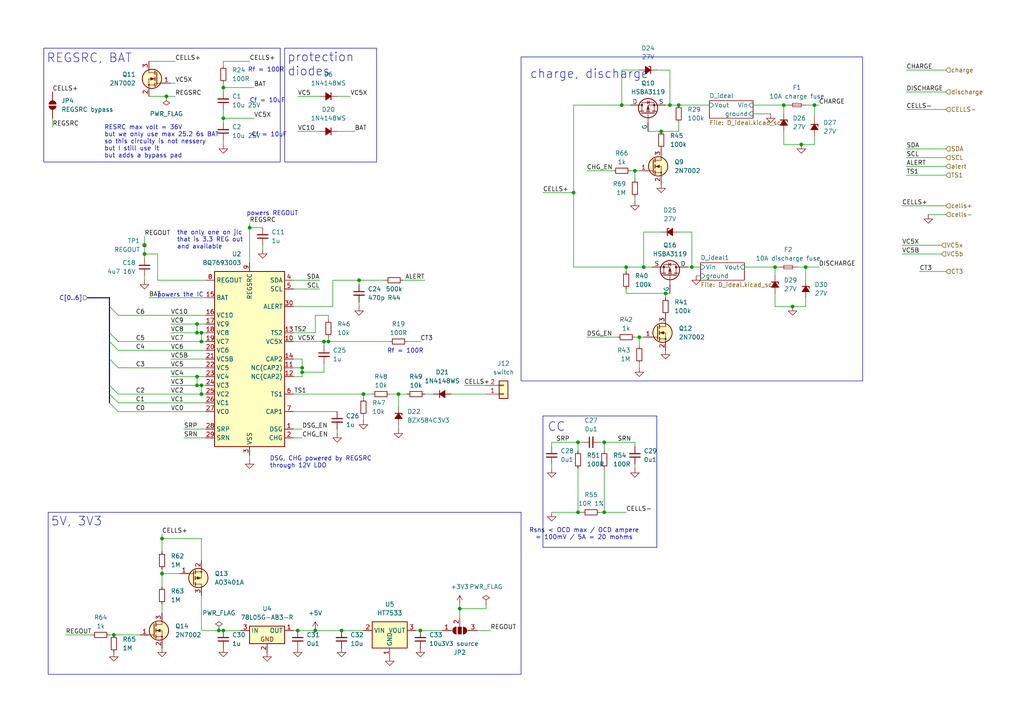
<source format=kicad_sch>
(kicad_sch (version 20231120) (generator "eeschema") (generator_version "8.0")
  (paper "A4")
  (junction (at 166.37 55.88))
  (junction (at 58.42 114.3))
  (junction (at 64.77 34.29))
  (junction (at 63.5 182.88))
  (junction (at 64.77 182.88))
  (junction (at 58.42 99.06))
  (junction (at 200.66 77.47))
  (junction (at 64.77 25.4))
  (junction (at 185.42 97.79))
  (junction (at 57.15 111.76))
  (junction (at 46.99 166.37))
  (junction (at 175.26 128.27))
  (junction (at 41.91 71.12))
  (junction (at 167.64 128.27))
  (junction (at 105.41 114.3))
  (junction (at 91.44 182.88))
  (junction (at 87.63 106.68))
  (junction (at 180.34 30.48))
  (junction (at 191.77 38.1))
  (junction (at 224.79 77.47))
  (junction (at 196.85 30.48))
  (junction (at 57.15 96.52))
  (junction (at 104.14 81.28))
  (junction (at 236.22 30.48))
  (junction (at 93.98 99.06))
  (junction (at 58.42 96.52))
  (junction (at 99.06 182.88))
  (junction (at 86.36 182.88))
  (junction (at 48.26 27.94))
  (junction (at 133.35 176.53))
  (junction (at 58.42 111.76))
  (junction (at 46.99 156.21))
  (junction (at 186.69 77.47))
  (junction (at 233.68 77.47))
  (junction (at 87.63 107.95))
  (junction (at 175.26 148.59))
  (junction (at 41.91 73.66))
  (junction (at 232.41 41.91))
  (junction (at 193.04 85.09))
  (junction (at 95.25 99.06))
  (junction (at 229.87 88.9))
  (junction (at 121.92 182.88))
  (junction (at 181.61 77.47))
  (junction (at 57.15 93.98))
  (junction (at 33.02 184.15))
  (junction (at 227.33 30.48))
  (junction (at 57.15 109.22))
  (junction (at 115.57 114.3))
  (junction (at 184.15 49.53))
  (junction (at 167.64 148.59))
  (junction (at 194.31 30.48))
  (junction (at 72.39 66.04))
  (bus_entry (at 31.75 99.06) (size 2.54 2.54))
  (bus_entry (at 31.75 104.14) (size 2.54 2.54))
  (bus_entry (at 31.75 114.3) (size 2.54 2.54))
  (bus_entry (at 31.75 116.84) (size 2.54 2.54))
  (bus_entry (at 31.75 111.76) (size 2.54 2.54))
  (bus_entry (at 31.75 96.52) (size 2.54 2.54))
  (bus_entry (at 31.75 88.9) (size 2.54 2.54))
  (wire (pts (xy 236.22 34.29) (xy 236.22 30.48)))
  (wire (pts (xy 170.18 49.53) (xy 177.8 49.53)))
  (wire (pts (xy 95.25 99.06) (xy 113.03 99.06)))
  (wire (pts (xy 50.8 17.78) (xy 43.18 17.78)))
  (wire (pts (xy 186.69 67.31) (xy 186.69 77.47)))
  (wire (pts (xy 64.77 31.75) (xy 64.77 34.29)))
  (wire (pts (xy 224.79 88.9) (xy 229.87 88.9)))
  (wire (pts (xy 262.89 48.26) (xy 274.32 48.26)))
  (wire (pts (xy 185.42 100.33) (xy 185.42 97.79)))
  (bus (pts (xy 31.75 86.36) (xy 31.75 88.9)))
  (wire (pts (xy 236.22 30.48) (xy 237.49 30.48)))
  (wire (pts (xy 97.79 119.38) (xy 85.09 119.38)))
  (wire (pts (xy 227.33 30.48) (xy 227.33 33.02)))
  (wire (pts (xy 34.29 114.3) (xy 58.42 114.3)))
  (wire (pts (xy 104.14 82.55) (xy 104.14 81.28)))
  (wire (pts (xy 58.42 111.76) (xy 58.42 114.3)))
  (wire (pts (xy 91.44 182.88) (xy 99.06 182.88)))
  (wire (pts (xy 101.6 27.94) (xy 97.79 27.94)))
  (wire (pts (xy 140.97 176.53) (xy 140.97 175.26)))
  (wire (pts (xy 86.36 182.88) (xy 91.44 182.88)))
  (wire (pts (xy 166.37 30.48) (xy 166.37 55.88)))
  (wire (pts (xy 58.42 99.06) (xy 59.69 99.06)))
  (wire (pts (xy 262.89 31.75) (xy 274.32 31.75)))
  (wire (pts (xy 34.29 101.6) (xy 59.69 101.6)))
  (wire (pts (xy 85.09 81.28) (xy 92.71 81.28)))
  (wire (pts (xy 45.72 73.66) (xy 45.72 81.28)))
  (wire (pts (xy 15.24 36.83) (xy 15.24 34.29)))
  (wire (pts (xy 58.42 96.52) (xy 58.42 99.06)))
  (wire (pts (xy 64.77 182.88) (xy 69.85 182.88)))
  (wire (pts (xy 87.63 104.14) (xy 85.09 104.14)))
  (bus (pts (xy 31.75 96.52) (xy 31.75 99.06)))
  (wire (pts (xy 218.44 30.48) (xy 227.33 30.48)))
  (wire (pts (xy 58.42 111.76) (xy 59.69 111.76)))
  (wire (pts (xy 49.53 93.98) (xy 57.15 93.98)))
  (wire (pts (xy 46.99 154.94) (xy 46.99 156.21)))
  (wire (pts (xy 262.89 20.32) (xy 274.32 20.32)))
  (wire (pts (xy 45.72 73.66) (xy 41.91 73.66)))
  (wire (pts (xy 224.79 88.9) (xy 224.79 85.09)))
  (wire (pts (xy 64.77 17.78) (xy 72.39 17.78)))
  (wire (pts (xy 227.33 41.91) (xy 232.41 41.91)))
  (wire (pts (xy 224.79 77.47) (xy 224.79 80.01)))
  (wire (pts (xy 76.2 72.39) (xy 76.2 71.12)))
  (wire (pts (xy 86.36 38.1) (xy 92.71 38.1)))
  (wire (pts (xy 57.15 109.22) (xy 57.15 111.76)))
  (wire (pts (xy 49.53 109.22) (xy 57.15 109.22)))
  (wire (pts (xy 41.91 71.12) (xy 41.91 73.66)))
  (wire (pts (xy 46.99 165.1) (xy 46.99 166.37)))
  (wire (pts (xy 184.15 49.53) (xy 185.42 49.53)))
  (wire (pts (xy 49.53 111.76) (xy 57.15 111.76)))
  (wire (pts (xy 72.39 64.77) (xy 72.39 66.04)))
  (wire (pts (xy 123.19 81.28) (xy 116.84 81.28)))
  (wire (pts (xy 181.61 85.09) (xy 181.61 83.82)))
  (bus (pts (xy 31.75 114.3) (xy 31.75 116.84)))
  (wire (pts (xy 34.29 116.84) (xy 59.69 116.84)))
  (wire (pts (xy 201.93 80.01) (xy 203.2 80.01)))
  (wire (pts (xy 160.02 148.59) (xy 167.64 148.59)))
  (wire (pts (xy 43.18 86.36) (xy 59.69 86.36)))
  (wire (pts (xy 96.52 81.28) (xy 96.52 88.9)))
  (wire (pts (xy 180.34 30.48) (xy 182.88 30.48)))
  (wire (pts (xy 185.42 20.32) (xy 180.34 20.32)))
  (wire (pts (xy 41.91 71.12) (xy 41.91 68.58)))
  (bus (pts (xy 31.75 99.06) (xy 31.75 104.14)))
  (wire (pts (xy 229.87 88.9) (xy 233.68 88.9)))
  (wire (pts (xy 262.89 26.67) (xy 274.32 26.67)))
  (wire (pts (xy 200.66 77.47) (xy 203.2 77.47)))
  (wire (pts (xy 160.02 128.27) (xy 160.02 129.54)))
  (wire (pts (xy 87.63 106.68) (xy 87.63 107.95)))
  (wire (pts (xy 93.98 107.95) (xy 93.98 105.41)))
  (wire (pts (xy 266.7 78.74) (xy 274.32 78.74)))
  (wire (pts (xy 104.14 88.9) (xy 104.14 87.63)))
  (wire (pts (xy 95.25 99.06) (xy 93.98 99.06)))
  (bus (pts (xy 31.75 104.14) (xy 31.75 111.76)))
  (wire (pts (xy 53.34 124.46) (xy 59.69 124.46)))
  (wire (pts (xy 95.25 97.79) (xy 95.25 99.06)))
  (wire (pts (xy 104.14 81.28) (xy 111.76 81.28)))
  (wire (pts (xy 85.09 127) (xy 87.63 127)))
  (wire (pts (xy 31.75 184.15) (xy 33.02 184.15)))
  (wire (pts (xy 57.15 111.76) (xy 58.42 111.76)))
  (wire (pts (xy 34.29 99.06) (xy 58.42 99.06)))
  (wire (pts (xy 58.42 182.88) (xy 63.5 182.88)))
  (wire (pts (xy 166.37 30.48) (xy 180.34 30.48)))
  (wire (pts (xy 115.57 118.11) (xy 115.57 114.3)))
  (wire (pts (xy 113.03 114.3) (xy 115.57 114.3)))
  (wire (pts (xy 233.68 77.47) (xy 237.49 77.47)))
  (wire (pts (xy 227.33 41.91) (xy 227.33 38.1)))
  (wire (pts (xy 175.26 148.59) (xy 181.61 148.59)))
  (wire (pts (xy 87.63 104.14) (xy 87.63 106.68)))
  (wire (pts (xy 93.98 100.33) (xy 93.98 99.06)))
  (wire (pts (xy 85.09 182.88) (xy 86.36 182.88)))
  (wire (pts (xy 175.26 135.89) (xy 175.26 148.59)))
  (wire (pts (xy 167.64 148.59) (xy 167.64 135.89)))
  (wire (pts (xy 196.85 30.48) (xy 205.74 30.48)))
  (wire (pts (xy 33.02 184.15) (xy 40.64 184.15)))
  (wire (pts (xy 173.99 148.59) (xy 175.26 148.59)))
  (wire (pts (xy 58.42 156.21) (xy 58.42 162.56)))
  (wire (pts (xy 53.34 127) (xy 59.69 127)))
  (bus (pts (xy 31.75 111.76) (xy 31.75 114.3)))
  (wire (pts (xy 91.44 91.44) (xy 91.44 96.52)))
  (wire (pts (xy 45.72 81.28) (xy 59.69 81.28)))
  (wire (pts (xy 134.62 111.76) (xy 140.97 111.76)))
  (wire (pts (xy 72.39 66.04) (xy 72.39 76.2)))
  (wire (pts (xy 142.24 182.88) (xy 138.43 182.88)))
  (wire (pts (xy 85.09 124.46) (xy 87.63 124.46)))
  (wire (pts (xy 184.15 52.07) (xy 184.15 49.53)))
  (wire (pts (xy 48.26 27.94) (xy 43.18 27.94)))
  (wire (pts (xy 157.48 55.88) (xy 166.37 55.88)))
  (wire (pts (xy 193.04 85.09) (xy 194.31 85.09)))
  (wire (pts (xy 58.42 182.88) (xy 58.42 172.72)))
  (wire (pts (xy 58.42 96.52) (xy 59.69 96.52)))
  (wire (pts (xy 175.26 128.27) (xy 175.26 130.81)))
  (wire (pts (xy 121.92 99.06) (xy 118.11 99.06)))
  (wire (pts (xy 233.68 81.28) (xy 233.68 77.47)))
  (wire (pts (xy 96.52 81.28) (xy 104.14 81.28)))
  (wire (pts (xy 91.44 96.52) (xy 85.09 96.52)))
  (wire (pts (xy 95.25 91.44) (xy 95.25 92.71)))
  (wire (pts (xy 87.63 107.95) (xy 93.98 107.95)))
  (wire (pts (xy 166.37 77.47) (xy 166.37 55.88)))
  (wire (pts (xy 215.9 77.47) (xy 224.79 77.47)))
  (wire (pts (xy 193.04 30.48) (xy 194.31 30.48)))
  (wire (pts (xy 261.62 73.66) (xy 273.05 73.66)))
  (wire (pts (xy 189.23 77.47) (xy 186.69 77.47)))
  (wire (pts (xy 85.09 114.3) (xy 105.41 114.3)))
  (wire (pts (xy 140.97 176.53) (xy 133.35 176.53)))
  (wire (pts (xy 64.77 17.78) (xy 64.77 19.05)))
  (bus (pts (xy 31.75 88.9) (xy 31.75 96.52)))
  (wire (pts (xy 166.37 77.47) (xy 181.61 77.47)))
  (wire (pts (xy 184.15 135.89) (xy 184.15 134.62)))
  (wire (pts (xy 73.66 25.4) (xy 64.77 25.4)))
  (wire (pts (xy 181.61 85.09) (xy 193.04 85.09)))
  (wire (pts (xy 64.77 35.56) (xy 64.77 34.29)))
  (wire (pts (xy 191.77 67.31) (xy 186.69 67.31)))
  (wire (pts (xy 232.41 41.91) (xy 236.22 41.91)))
  (wire (pts (xy 199.39 77.47) (xy 200.66 77.47)))
  (wire (pts (xy 184.15 97.79) (xy 185.42 97.79)))
  (wire (pts (xy 190.5 20.32) (xy 194.31 20.32)))
  (wire (pts (xy 85.09 99.06) (xy 93.98 99.06)))
  (wire (pts (xy 87.63 106.68) (xy 85.09 106.68)))
  (wire (pts (xy 175.26 128.27) (xy 184.15 128.27)))
  (wire (pts (xy 72.39 133.35) (xy 72.39 132.08)))
  (wire (pts (xy 118.11 114.3) (xy 115.57 114.3)))
  (wire (pts (xy 34.29 119.38) (xy 59.69 119.38)))
  (wire (pts (xy 160.02 128.27) (xy 167.64 128.27)))
  (wire (pts (xy 85.09 83.82) (xy 92.71 83.82)))
  (wire (pts (xy 200.66 67.31) (xy 200.66 77.47)))
  (wire (pts (xy 57.15 109.22) (xy 59.69 109.22)))
  (wire (pts (xy 87.63 107.95) (xy 87.63 109.22)))
  (wire (pts (xy 46.99 166.37) (xy 46.99 170.18)))
  (wire (pts (xy 115.57 124.46) (xy 115.57 123.19)))
  (wire (pts (xy 133.35 175.26) (xy 133.35 176.53)))
  (wire (pts (xy 97.79 125.73) (xy 97.79 124.46)))
  (wire (pts (xy 173.99 128.27) (xy 175.26 128.27)))
  (wire (pts (xy 102.87 38.1) (xy 97.79 38.1)))
  (wire (pts (xy 46.99 175.26) (xy 46.99 177.8)))
  (wire (pts (xy 63.5 182.88) (xy 64.77 182.88)))
  (wire (pts (xy 41.91 74.93) (xy 41.91 73.66)))
  (wire (pts (xy 187.96 38.1) (xy 191.77 38.1)))
  (wire (pts (xy 34.29 91.44) (xy 59.69 91.44)))
  (wire (pts (xy 49.53 104.14) (xy 59.69 104.14)))
  (wire (pts (xy 185.42 97.79) (xy 186.69 97.79)))
  (wire (pts (xy 186.69 77.47) (xy 181.61 77.47)))
  (wire (pts (xy 193.04 85.09) (xy 193.04 86.36)))
  (wire (pts (xy 233.68 88.9) (xy 233.68 86.36)))
  (wire (pts (xy 194.31 20.32) (xy 194.31 30.48)))
  (wire (pts (xy 34.29 106.68) (xy 59.69 106.68)))
  (wire (pts (xy 231.14 77.47) (xy 233.68 77.47)))
  (wire (pts (xy 261.62 71.12) (xy 273.05 71.12)))
  (wire (pts (xy 99.06 182.88) (xy 105.41 182.88)))
  (wire (pts (xy 170.18 97.79) (xy 179.07 97.79)))
  (wire (pts (xy 91.44 91.44) (xy 95.25 91.44)))
  (wire (pts (xy 261.62 59.69) (xy 274.32 59.69)))
  (wire (pts (xy 269.24 62.23) (xy 274.32 62.23)))
  (wire (pts (xy 184.15 58.42) (xy 184.15 57.15)))
  (wire (pts (xy 196.85 67.31) (xy 200.66 67.31)))
  (wire (pts (xy 262.89 45.72) (xy 274.32 45.72)))
  (wire (pts (xy 121.92 182.88) (xy 128.27 182.88)))
  (wire (pts (xy 41.91 81.28) (xy 41.91 80.01)))
  (bus (pts (xy 31.75 86.36) (xy 25.4 86.36)))
  (wire (pts (xy 50.8 27.94) (xy 48.26 27.94)))
  (wire (pts (xy 57.15 93.98) (xy 59.69 93.98)))
  (wire (pts (xy 57.15 93.98) (xy 57.15 96.52)))
  (wire (pts (xy 49.53 96.52) (xy 57.15 96.52)))
  (wire (pts (xy 46.99 156.21) (xy 46.99 160.02)))
  (wire (pts (xy 133.35 176.53) (xy 133.35 179.07)))
  (wire (pts (xy 167.64 128.27) (xy 168.91 128.27)))
  (wire (pts (xy 160.02 135.89) (xy 160.02 134.62)))
  (wire (pts (xy 180.34 20.32) (xy 180.34 30.48)))
  (wire (pts (xy 121.92 182.88) (xy 120.65 182.88)))
  (wire (pts (xy 58.42 156.21) (xy 46.99 156.21)))
  (wire (pts (xy 105.41 114.3) (xy 107.95 114.3)))
  (wire (pts (xy 72.39 66.04) (xy 76.2 66.04)))
  (wire (pts (xy 105.41 121.92) (xy 105.41 120.65)))
  (wire (pts (xy 262.89 50.8) (xy 274.32 50.8)))
  (wire (pts (xy 85.09 109.22) (xy 87.63 109.22)))
  (wire (pts (xy 64.77 26.67) (xy 64.77 25.4)))
  (wire (pts (xy 123.19 114.3) (xy 125.73 114.3)))
  (wire (pts (xy 233.68 30.48) (xy 236.22 30.48)))
  (wire (pts (xy 86.36 27.94) (xy 92.71 27.94)))
  (wire (pts (xy 196.85 38.1) (xy 196.85 35.56)))
  (wire (pts (xy 227.33 30.48) (xy 228.6 30.48)))
  (wire (pts (xy 194.31 30.48) (xy 196.85 30.48)))
  (wire (pts (xy 182.88 49.53) (xy 184.15 49.53)))
  (wire (pts (xy 185.42 106.68) (xy 185.42 105.41)))
  (wire (pts (xy 224.79 77.47) (xy 226.06 77.47)))
  (wire (pts (xy 184.15 128.27) (xy 184.15 129.54)))
  (wire (pts (xy 168.91 148.59) (xy 167.64 148.59)))
  (wire (pts (xy 236.22 41.91) (xy 236.22 39.37)))
  (wire (pts (xy 130.81 114.3) (xy 140.97 114.3)))
  (wire (pts (xy 262.89 43.18) (xy 274.32 43.18)))
  (wire (pts (xy 167.64 128.27) (xy 167.64 130.81)))
  (wire (pts (xy 64.77 25.4) (xy 64.77 24.13)))
  (wire (pts (xy 96.52 88.9) (xy 85.09 88.9)))
  (wire (pts (xy 19.05 184.15) (xy 26.67 184.15)))
  (wire (pts (xy 181.61 78.74) (xy 181.61 77.47)))
  (wire (pts (xy 64.77 41.91) (xy 64.77 40.64)))
  (wire (pts (xy 58.42 114.3) (xy 59.69 114.3)))
  (wire (pts (xy 46.99 166.37) (xy 52.07 166.37)))
  (wire (pts (xy 57.15 96.52) (xy 58.42 96.52)))
  (wire (pts (xy 50.8 24.13) (xy 49.53 24.13)))
  (wire (pts (xy 191.77 38.1) (xy 196.85 38.1)))
  (wire (pts (xy 73.66 34.29) (xy 64.77 34.29)))
  (wire (pts (xy 223.52 33.02) (xy 218.44 33.02)))
  (wire (pts (xy 105.41 114.3) (xy 105.41 115.57)))
  (rectangle (start 157.48 120.65) (end 190.5 158.75))
  (rectangle (start 12.7 13.97) (end 81.28 46.99))
  (rectangle (start 151.13 16.51) (end 250.19 110.49))
  (rectangle (start 13.97 148.59) (end 151.13 195.58))
  (rectangle (start 82.55 13.97) (end 109.22 46.99))
  (text "DSG, CHG powered by REGSRC\nthrough 12V LDO" (at 78.232 135.89 0) (effects (font (size 1.27 1.27)) (justify left bottom)))
  (text "powers the IC" (at 52.324 85.598 0) (effects (font (size 1.27 1.27))))
  (text "Rf = 100R" (at 112.268 102.616 0) (effects (font (size 1.27 1.27)) (justify left bottom)))
  (text "the only one on jlc \nthat is 3.3 REG out\nand available" (at 51.308 72.39 0) (effects (font (size 1.27 1.27)) (justify left bottom)))
  (text "Cf = 10uF" (at 72.39 29.972 0) (effects (font (size 1.27 1.27)) (justify left bottom)))
  (text "Cf = 10uF" (at 72.898 39.878 0) (effects (font (size 1.27 1.27)) (justify left bottom)))
  (text "charge, discharge" (at 153.67 20.066 0) (effects (font (size 2.54 2.54)) (justify left top)))
  (text "5V, 3V3" (at 14.732 149.86 0) (effects (font (size 2.54 2.54)) (justify left top)))
  (text "Rsns < OCD max / OCD ampere\n= 100mV / 5A = 20 mohms" (at 169.418 154.94 0) (effects (font (size 1.27 1.27))))
  (text "REGSRC, BAT" (at 13.462 15.494 0) (effects (font (size 2.54 2.54)) (justify left top)))
  (text "powers REGOUT" (at 78.994 61.976 0) (effects (font (size 1.27 1.27))))
  (text "Rf = 100R" (at 71.882 21.082 0) (effects (font (size 1.27 1.27)) (justify left bottom)))
  (text "RESRC max volt = 36V\nbut we only use max 25.2 6s BAT\nso this circuity is not nessery\nbut I still use it\nbut adds a bypass pad" (at 30.226 45.974 0) (effects (font (size 1.27 1.27)) (justify left bottom)))
  (text "protection \ndiodes" (at 83.312 15.24 0) (effects (font (size 2.54 2.54)) (justify left top)))
  (text "CC" (at 158.75 122.428 0) (effects (font (size 2.54 2.54)) (justify left top)))
  (label "C5" (at 39.37 99.06 0))
  (label "VC0" (at 49.53 119.38 0))
  (label "CELLS+" (at 72.39 17.78 0))
  (label "SRP" (at 161.29 128.27 0))
  (label "CT3" (at 121.92 99.06 0))
  (label "C0" (at 39.37 119.38 0))
  (label "BAT" (at 73.66 25.4 0))
  (label "SCL" (at 92.71 83.82 180))
  (label "DSG_EN" (at 87.63 124.46 0))
  (label "CELLS+" (at 50.8 17.78 0))
  (label "DISCHARGE" (at 237.49 77.47 0))
  (label "BAT" (at 102.87 38.1 0))
  (label "SDA" (at 262.89 43.18 0))
  (label "VC5X" (at 86.36 99.06 0))
  (label "C2" (at 39.37 114.3 0))
  (label "CELLS+" (at 261.62 59.69 0))
  (label "CHARGE" (at 237.49 30.48 0))
  (label "REGOUT" (at 142.24 182.88 0))
  (label "VC5" (at 86.36 27.94 0))
  (label "CHG_EN" (at 87.63 127 0))
  (label "VC5X" (at 73.66 34.29 0))
  (label "VC5X" (at 50.8 24.13 0))
  (label "BAT" (at 43.18 86.36 0))
  (label "SRP" (at 53.34 124.46 0))
  (label "VC6" (at 49.53 101.6 0))
  (label "REGSRC" (at 15.24 36.83 0))
  (label "SCL" (at 262.89 45.72 0))
  (label "C4" (at 39.37 101.6 0))
  (label "SRN" (at 53.34 127 0))
  (label "CHG_EN" (at 170.18 49.53 0))
  (label "CELLS-" (at 262.89 31.75 0))
  (label "VC5B" (at 49.53 104.14 0))
  (label "C6" (at 39.37 91.44 0))
  (label "REGSRC" (at 50.8 27.94 0))
  (label "VC2" (at 49.53 114.3 0))
  (label "VC1" (at 49.53 116.84 0))
  (label "VC7" (at 49.53 99.06 0))
  (label "DISCHARGE" (at 262.89 26.67 0))
  (label "CELLS+" (at 15.24 26.67 0))
  (label "REGOUT" (at 19.05 184.15 0))
  (label "C1" (at 39.37 116.84 0))
  (label "C3" (at 39.37 106.68 0))
  (label "CELLS-" (at 181.61 148.59 0))
  (label "CHARGE" (at 262.89 20.32 0))
  (label "CELLS+" (at 157.48 55.88 0))
  (label "CELLS+" (at 46.99 154.94 0))
  (label "SRN" (at 179.07 128.27 0))
  (label "TS1" (at 88.9 114.3 180))
  (label "VC5" (at 49.53 106.68 0))
  (label "DSG_EN" (at 170.18 97.79 0))
  (label "VC4" (at 49.53 109.22 0))
  (label "REGSRC" (at 72.39 64.77 0))
  (label "CELLS+" (at 134.62 111.76 0))
  (label "VC9" (at 49.53 93.98 0))
  (label "ALERT" (at 123.19 81.28 180))
  (label "TS2" (at 88.9 96.52 180))
  (label "VC5X" (at 261.62 71.12 0))
  (label "SDA" (at 92.71 81.28 180))
  (label "VC5B" (at 261.62 73.66 0))
  (label "CT3" (at 266.7 78.74 0))
  (label "TS1" (at 262.89 50.8 0))
  (label "VC5X" (at 101.6 27.94 0))
  (label "ALERT" (at 262.89 48.26 0))
  (label "VC3" (at 49.53 111.76 0))
  (label "VC10" (at 49.53 91.44 0))
  (label "REGOUT" (at 41.91 68.58 0))
  (label "VC10" (at 86.36 38.1 0))
  (label "VC8" (at 49.53 96.52 0))
  (hierarchical_label "CT3" (shape input) (at 274.32 78.74 0))
  (hierarchical_label "SCL" (shape input) (at 274.32 45.72 0))
  (hierarchical_label "discharge" (shape input) (at 274.32 26.67 0))
  (hierarchical_label "charge" (shape input) (at 274.32 20.32 0))
  (hierarchical_label "TS1" (shape input) (at 274.32 50.8 0))
  (hierarchical_label "VC5x" (shape input) (at 273.05 71.12 0))
  (hierarchical_label "VC5b" (shape input) (at 273.05 73.66 0))
  (hierarchical_label "SDA" (shape input) (at 274.32 43.18 0))
  (hierarchical_label "CELLS-" (shape input) (at 274.32 31.75 0))
  (hierarchical_label "cells+" (shape input) (at 274.32 59.69 0))
  (hierarchical_label "alert" (shape input) (at 274.32 48.26 0))
  (hierarchical_label "C[0..6]" (shape input) (at 25.4 86.36 180))
  (hierarchical_label "cells-" (shape input) (at 274.32 62.23 0))
  (symbol (lib_id "Device:D_Zener_Small_Filled") (at 236.22 36.83 270) (unit 1)
    (property "Reference" "D27" (at 238.76 35.56 90) (effects (justify left)))
    (property "Value" "27V" (at 238.76 38.1 90) (effects (font (italic yes)) (justify left)))
    (property "Footprint" "Diode_SMD:D_SOD-123" (effects (hide yes)))
    (property "Description" "Zener diode, small symbol, filled shape" (effects (hide yes)))
  )
  (symbol (lib_id "power:GND") (at 64.77 41.91 0) (mirror y) (unit 1)
    (property "Reference" "#PWR03" (effects (hide yes)))
    (property "Value" "GND" (effects (hide yes)))
    (property "Description" "Power symbol creates a global label with name \"GND\" , ground" (effects (hide yes)))
  )
  (symbol (lib_id "Device:D_Small_Filled") (at 95.25 27.94 0) (mirror y) (unit 1)
    (property "Reference" "D6" (at 95.25 21.59 0))
    (property "Value" "1N4148WS" (at 95.25 24.13 0))
    (property "Footprint" "Diode_SMD:D_SOD-323" (effects (hide yes)))
    (property "Description" "Diode, small symbol, filled shape" (effects (hide yes)))
    (property "Sim.Device" "D" (effects (hide yes)))
    (property "Sim.Pins" "1=K 2=A" (effects (hide yes)))
  )
  (symbol (lib_id "Jumper:SolderJumper_3_Open") (at 133.35 182.88 0) (mirror x) (unit 1) (exclude_from_sim yes) (in_bom no)
    (property "Reference" "JP2" (at 133.35 189.23 0))
    (property "Value" "3V3 source" (at 133.35 186.69 0))
    (property "Footprint" "Jumper:SolderJumper-3_P1.3mm_Open_Pad1.0x1.5mm" (effects (hide yes)))
    (property "Description" "Solder Jumper, 3-pole, open" (effects (hide yes)))
  )
  (symbol (lib_id "power:GND") (at 184.15 58.42 0) (unit 1)
    (property "Reference" "#PWR056" (effects (hide yes)))
    (property "Value" "GND" (effects (hide yes)))
    (property "Description" "Power symbol creates a global label with name \"GND\" , ground" (effects (hide yes)))
  )
  (symbol (lib_id "Device:D_Small_Filled") (at 95.25 38.1 0) (mirror y) (unit 1)
    (property "Reference" "D20" (at 95.25 31.75 0))
    (property "Value" "1N4148WS" (at 95.25 34.29 0))
    (property "Footprint" "Diode_SMD:D_SOD-323" (effects (hide yes)))
    (property "Description" "Diode, small symbol, filled shape" (effects (hide yes)))
    (property "Sim.Device" "D" (effects (hide yes)))
    (property "Sim.Pins" "1=K 2=A" (effects (hide yes)))
  )
  (symbol (lib_id "power:GND") (at 121.92 187.96 0) (mirror y) (unit 1)
    (property "Reference" "#PWR040" (effects (hide yes)))
    (property "Value" "GND" (effects (hide yes)))
    (property "Description" "Power symbol creates a global label with name \"GND\" , ground" (effects (hide yes)))
  )
  (symbol (lib_id "Device:R_Small") (at 114.3 81.28 90) (mirror x) (unit 1)
    (property "Reference" "R44" (at 114.3 86.36 90))
    (property "Value" "500k" (at 114.3 83.82 90))
    (property "Footprint" "Resistor_SMD:R_0402_1005Metric" (effects (hide yes)))
    (property "Description" "Resistor, small symbol" (effects (hide yes)))
  )
  (symbol (lib_id "Device:C_Small") (at 41.91 77.47 0) (mirror x) (unit 1)
    (property "Reference" "C18" (at 39.37 76.1936 0) (effects (justify right)))
    (property "Value" "4u7 16V" (at 39.37 78.7336 0) (effects (justify right)))
    (property "Footprint" "Capacitor_SMD:C_0603_1608Metric" (effects (hide yes)))
    (property "Description" "Unpolarized capacitor, small symbol" (effects (hide yes)))
  )
  (symbol (lib_id "power:GND") (at 113.03 190.5 0) (mirror y) (unit 1)
    (property "Reference" "#PWR055" (effects (hide yes)))
    (property "Value" "GND" (effects (hide yes)))
    (property "Description" "Power symbol creates a global label with name \"GND\" , ground" (effects (hide yes)))
  )
  (symbol (lib_id "Device:R_Small") (at 180.34 49.53 90) (unit 1)
    (property "Reference" "R66" (at 180.34 44.45 90))
    (property "Value" "1k" (at 180.34 46.99 90))
    (property "Footprint" "Resistor_SMD:R_0402_1005Metric" (effects (hide yes)))
    (property "Description" "Resistor, small symbol" (effects (hide yes)))
  )
  (symbol (lib_id "nturt_kicad_lib_EP6:HSBA3119_PMOS_GSDnumber") (at 194.31 80.01 270) (mirror x) (unit 1)
    (property "Reference" "Q16" (at 194.31 71.12 90))
    (property "Value" "HSBA3119" (at 194.31 73.66 90))
    (property "Footprint" "nturt_kicad_lib_EP6:HSBA3119_PRPAK5X6" (effects (hide yes)))
    (property "Datasheet" "https://ngspice.sourceforge.io/docs/ngspice-html-manual/manual.xhtml#cha_MOSFETs" (effects (hide yes)))
    (property "Description" "P-MOSFET transistor, drain/source/gate" (effects (hide yes)))
    (property "Sim.Device" "PMOS" (effects (hide yes)))
    (property "Sim.Type" "VDMOS" (effects (hide yes)))
    (property "Sim.Pins" "1=D 2=G 3=S" (effects (hide yes)))
  )
  (symbol (lib_id "power:GND") (at 229.87 88.9 0) (unit 1)
    (property "Reference" "#PWR057" (effects (hide yes)))
    (property "Value" "GND" (effects (hide yes)))
    (property "Description" "Power symbol creates a global label with name \"GND\" , ground" (effects (hide yes)))
  )
  (symbol (lib_id "Jumper:SolderJumper_2_Open") (at 15.24 30.48 90) (unit 1) (exclude_from_sim yes) (in_bom no)
    (property "Reference" "JP4" (at 17.78 29.21 90) (effects (justify right)))
    (property "Value" "REGSRC bypass" (at 17.78 31.75 90) (effects (justify right)))
    (property "Footprint" "Jumper:SolderJumper-2_P1.3mm_Open_TrianglePad1.0x1.5mm" (effects (hide yes)))
    (property "Description" "Solder Jumper, 2-pole, open" (effects (hide yes)))
  )
  (symbol (lib_id "Device:R_Small") (at 185.42 102.87 0) (mirror y) (unit 1)
    (property "Reference" "R43" (at 182.88 101.6 0) (effects (justify left)))
    (property "Value" "1M" (at 182.88 104.14 0) (effects (justify left)))
    (property "Footprint" "Resistor_SMD:R_0402_1005Metric" (effects (hide yes)))
    (property "Description" "Resistor, small symbol" (effects (hide yes)))
  )
  (symbol (lib_id "Device:R_Small") (at 181.61 97.79 90) (unit 1)
    (property "Reference" "R42" (at 181.61 92.71 90))
    (property "Value" "1k" (at 181.61 95.25 90))
    (property "Footprint" "Resistor_SMD:R_0402_1005Metric" (effects (hide yes)))
    (property "Description" "Resistor, small symbol" (effects (hide yes)))
  )
  (symbol (lib_id "PCM_Transistor_MOSFET_AKL:2N7002") (at 44.45 182.88 0) (unit 1)
    (property "Reference" "Q14" (at 50.8 181.61 0) (effects (justify left)))
    (property "Value" "2N7002" (at 50.8 184.15 0) (effects (justify left)))
    (property "Footprint" "PCM_Package_TO_SOT_SMD_AKL:SOT-23" (effects (hide yes)))
    (property "Datasheet" "https://www.tme.eu/Document/7df5cae36abdfcedddb681f5be886f05/2N7000.pdf" (effects (hide yes)))
    (property "Description" "SOT-23 N-MOSFET enchancement mode transistor, 60V, 115mA, 200mW, Alternate KiCAD Library" (effects (hide yes)))
  )
  (symbol (lib_id "nturt_kicad_lib_EP6:HSBA3119_PMOS_GSDnumber") (at 187.96 33.02 90) (unit 1)
    (property "Reference" "Q10" (at 187.96 24.13 90))
    (property "Value" "HSBA3119" (at 187.96 26.67 90))
    (property "Footprint" "nturt_kicad_lib_EP6:HSBA3119_PRPAK5X6" (effects (hide yes)))
    (property "Datasheet" "https://ngspice.sourceforge.io/docs/ngspice-html-manual/manual.xhtml#cha_MOSFETs" (effects (hide yes)))
    (property "Description" "P-MOSFET transistor, drain/source/gate" (effects (hide yes)))
    (property "Sim.Device" "PMOS" (effects (hide yes)))
    (property "Sim.Type" "VDMOS" (effects (hide yes)))
    (property "Sim.Pins" "1=D 2=G 3=S" (effects (hide yes)))
  )
  (symbol (lib_id "Device:R_Small") (at 171.45 148.59 90) (unit 1)
    (property "Reference" "R55" (at 171.45 143.51 90))
    (property "Value" "10R 1%" (at 171.45 146.05 90))
    (property "Footprint" "Resistor_SMD:R_0805_2012Metric" (effects (hide yes)))
    (property "Description" "Resistor, small symbol" (effects (hide yes)))
  )
  (symbol (lib_id "Device:C_Small") (at 64.77 185.42 180) (unit 1)
    (property "Reference" "C30" (at 67.31 184.1436 0) (effects (justify right)))
    (property "Value" "1u" (at 67.31 186.6836 0) (effects (justify right)))
    (property "Footprint" "Capacitor_SMD:C_0402_1005Metric" (effects (hide yes)))
    (property "Description" "Unpolarized capacitor, small symbol" (effects (hide yes)))
  )
  (symbol (lib_id "Regulator_Linear:HT75xx-1-SOT89") (at 113.03 185.42 0) (unit 1)
    (property "Reference" "U5" (at 113.03 175.26 0))
    (property "Value" "HT7533" (at 113.03 177.8 0))
    (property "Footprint" "Package_TO_SOT_SMD:SOT-89-3" (effects (hide yes)))
    (property "Datasheet" "https://www.holtek.com/documents/10179/116711/HT75xx-1v250.pdf" (effects (hide yes)))
    (property "Description" "100mA Low Dropout Voltage Regulator, Fixed Output, SOT89" (effects (hide yes)))
  )
  (symbol (lib_id "power:GND") (at 86.36 187.96 0) (mirror y) (unit 1)
    (property "Reference" "#PWR038" (effects (hide yes)))
    (property "Value" "GND" (effects (hide yes)))
    (property "Description" "Power symbol creates a global label with name \"GND\" , ground" (effects (hide yes)))
  )
  (symbol (lib_id "Connector:TestPoint_Small") (at 41.91 71.12 0) (mirror y) (unit 1)
    (property "Reference" "TP1" (at 40.64 69.85 0) (effects (justify left)))
    (property "Value" "REGOUT" (at 40.64 72.39 0) (effects (justify left)))
    (property "Footprint" "TestPoint:TestPoint_Pad_D1.0mm" (effects (hide yes)))
    (property "Description" "test point" (effects (hide yes)))
  )
  (symbol (lib_id "Device:D_Zener_Small_Filled") (at 115.57 120.65 270) (unit 1)
    (property "Reference" "D22" (at 118.11 119.38 90) (effects (justify left)))
    (property "Value" "BZX584C3V3" (at 118.11 121.92 90) (effects (justify left)))
    (property "Footprint" "Diode_SMD:D_SOD-323" (effects (hide yes)))
    (property "Description" "Zener diode, small symbol, filled shape" (effects (hide yes)))
  )
  (symbol (lib_id "power:GND") (at 41.91 81.28 0) (mirror y) (unit 1)
    (property "Reference" "#PWR013" (effects (hide yes)))
    (property "Value" "GND" (effects (hide yes)))
    (property "Description" "Power symbol creates a global label with name \"GND\" , ground" (effects (hide yes)))
  )
  (symbol (lib_id "power:GND") (at 72.39 133.35 0) (mirror y) (unit 1)
    (property "Reference" "#PWR029" (effects (hide yes)))
    (property "Value" "GND" (effects (hide yes)))
    (property "Description" "Power symbol creates a global label with name \"GND\" , ground" (effects (hide yes)))
  )
  (symbol (lib_id "Device:C_Small") (at 64.77 29.21 180) (unit 1)
    (property "Reference" "C1" (at 67.31 27.9336 0) (effects (justify right)))
    (property "Value" "10u 25V" (at 67.31 30.4736 0) (effects (justify right)))
    (property "Footprint" "Capacitor_SMD:C_0805_2012Metric" (effects (hide yes)))
    (property "Description" "Unpolarized capacitor, small symbol" (effects (hide yes)))
  )
  (symbol (lib_id "Device:R_Small") (at 115.57 99.06 90) (unit 1)
    (property "Reference" "R19" (at 115.57 93.98 90))
    (property "Value" "100R" (at 115.57 96.52 90))
    (property "Footprint" "Resistor_SMD:R_0402_1005Metric" (effects (hide yes)))
    (property "Description" "Resistor, small symbol" (effects (hide yes)))
  )
  (symbol (lib_id "Device:C_Small") (at 64.77 38.1 180) (unit 1)
    (property "Reference" "C2" (at 67.31 36.8236 0) (effects (justify right)))
    (property "Value" "10u 25V" (at 67.31 39.3636 0) (effects (justify right)))
    (property "Footprint" "Capacitor_SMD:C_0805_2012Metric" (effects (hide yes)))
    (property "Description" "Unpolarized capacitor, small symbol" (effects (hide yes)))
  )
  (symbol (lib_id "Device:D_Zener_Small_Filled") (at 224.79 82.55 270) (unit 1)
    (property "Reference" "D29" (at 227.33 81.28 90) (effects (justify left)))
    (property "Value" "27V" (at 227.33 83.82 90) (effects (font (italic yes)) (justify left)))
    (property "Footprint" "Diode_SMD:D_SOD-123" (effects (hide yes)))
    (property "Description" "Zener diode, small symbol, filled shape" (effects (hide yes)))
  )
  (symbol (lib_id "power:+5V") (at 91.44 182.88 0) (unit 1)
    (property "Reference" "#PWR035" (effects (hide yes)))
    (property "Value" "+5V" (at 91.44 177.8 0))
    (property "Description" "Power symbol creates a global label with name \"+5V\"" (effects (hide yes)))
  )
  (symbol (lib_id "Device:C_Small") (at 99.06 185.42 180) (unit 1)
    (property "Reference" "C32" (at 101.6 184.1436 0) (effects (justify right)))
    (property "Value" "10u" (at 101.6 186.6836 0) (effects (justify right)))
    (property "Footprint" "Capacitor_SMD:C_0603_1608Metric" (effects (hide yes)))
    (property "Description" "Unpolarized capacitor, small symbol" (effects (hide yes)))
  )
  (symbol (lib_id "power:GND") (at 191.77 53.34 0) (mirror y) (unit 1)
    (property "Reference" "#PWR014" (effects (hide yes)))
    (property "Value" "GND" (effects (hide yes)))
    (property "Description" "Power symbol creates a global label with name \"GND\" , ground" (effects (hide yes)))
  )
  (symbol (lib_id "Device:R_Small") (at 64.77 21.59 180) (unit 1)
    (property "Reference" "R24" (at 67.31 20.32 0) (effects (justify right)))
    (property "Value" "100R" (at 67.31 22.86 0) (effects (justify right)))
    (property "Footprint" "Resistor_SMD:R_0402_1005Metric" (effects (hide yes)))
    (property "Description" "Resistor, small symbol" (effects (hide yes)))
  )
  (symbol (lib_id "Device:C_Small") (at 97.79 121.92 0) (unit 1)
    (property "Reference" "C26" (at 100.33 120.6562 0) (effects (justify left)))
    (property "Value" "1u" (at 100.33 123.1962 0) (effects (justify left)))
    (property "Footprint" "Capacitor_SMD:C_0402_1005Metric" (effects (hide yes)))
    (property "Description" "Unpolarized capacitor, small symbol" (effects (hide yes)))
  )
  (symbol (lib_id "Device:D_Zener_Small_Filled") (at 194.31 67.31 0) (unit 1)
    (property "Reference" "D25" (at 194.31 60.96 0))
    (property "Value" "27V" (at 194.31 63.5 0))
    (property "Footprint" "Diode_SMD:D_SOD-323" (effects (hide yes)))
    (property "Description" "Zener diode, small symbol, filled shape" (effects (hide yes)))
  )
  (symbol (lib_id "Device:D_Zener_Small_Filled") (at 233.68 83.82 270) (unit 1)
    (property "Reference" "D30" (at 236.22 82.55 90) (effects (justify left)))
    (property "Value" "27V" (at 236.22 85.09 90) (effects (font (italic yes)) (justify left)))
    (property "Footprint" "Diode_SMD:D_SOD-123" (effects (hide yes)))
    (property "Description" "Zener diode, small symbol, filled shape" (effects (hide yes)))
  )
  (symbol (lib_id "power:PWR_FLAG") (at 48.26 27.94 0) (mirror x) (unit 1)
    (property "Reference" "#FLG05" (effects (hide yes)))
    (property "Value" "PWR_FLAG" (at 48.26 33.02 0))
    (property "Description" "Special symbol for telling ERC where power comes from" (effects (hide yes)))
  )
  (symbol (lib_id "power:GND") (at 76.2 72.39 0) (mirror y) (unit 1)
    (property "Reference" "#PWR012" (effects (hide yes)))
    (property "Value" "GND" (effects (hide yes)))
    (property "Description" "Power symbol creates a global label with name \"GND\" , ground" (effects (hide yes)))
  )
  (symbol (lib_id "power:GND") (at 99.06 187.96 0) (mirror y) (unit 1)
    (property "Reference" "#PWR039" (effects (hide yes)))
    (property "Value" "GND" (effects (hide yes)))
    (property "Description" "Power symbol creates a global label with name \"GND\" , ground" (effects (hide yes)))
  )
  (symbol (lib_id "PCM_Transistor_MOSFET_AKL:2N7002") (at 189.23 48.26 0) (unit 1)
    (property "Reference" "Q9" (at 195.58 46.99 0) (effects (justify left)))
    (property "Value" "2N7002" (at 195.58 49.53 0) (effects (justify left)))
    (property "Footprint" "PCM_Package_TO_SOT_SMD_AKL:SOT-23" (effects (hide yes)))
    (property "Datasheet" "https://www.tme.eu/Document/7df5cae36abdfcedddb681f5be886f05/2N7000.pdf" (effects (hide yes)))
    (property "Description" "SOT-23 N-MOSFET enchancement mode transistor, 60V, 115mA, 200mW, Alternate KiCAD Library" (effects (hide yes)))
  )
  (symbol (lib_id "Device:C_Small") (at 76.2 68.58 180) (unit 1)
    (property "Reference" "C11" (at 78.74 67.3036 0) (effects (justify right)))
    (property "Value" "1u" (at 78.74 69.8436 0) (effects (justify right)))
    (property "Footprint" "Capacitor_SMD:C_0603_1608Metric" (effects (hide yes)))
    (property "Description" "Unpolarized capacitor, small symbol" (effects (hide yes)))
  )
  (symbol (lib_id "power:GND") (at 201.93 80.01 0) (mirror y) (unit 1)
    (property "Reference" "#PWR01" (effects (hide yes)))
    (property "Value" "GND" (effects (hide yes)))
    (property "Description" "Power symbol creates a global label with name \"GND\" , ground" (effects (hide yes)))
  )
  (symbol (lib_id "Device:R_Small") (at 167.64 133.35 0) (unit 1)
    (property "Reference" "R51" (at 170.18 132.08 0) (effects (justify left)))
    (property "Value" "100R" (at 170.18 134.62 0) (effects (justify left)))
    (property "Footprint" "Resistor_SMD:R_0402_1005Metric" (effects (hide yes)))
    (property "Description" "Resistor, small symbol" (effects (hide yes)))
  )
  (symbol (lib_id "Device:C_Small") (at 171.45 128.27 90) (unit 1)
    (property "Reference" "C27" (at 171.4563 121.92 90))
    (property "Value" "0u1" (at 171.4563 124.46 90))
    (property "Footprint" "Capacitor_SMD:C_0402_1005Metric" (effects (hide yes)))
    (property "Description" "Unpolarized capacitor, small symbol" (effects (hide yes)))
  )
  (symbol (lib_id "Device:R_Small") (at 175.26 133.35 0) (unit 1)
    (property "Reference" "R54" (at 177.8 132.08 0) (effects (justify left)))
    (property "Value" "100R" (at 177.8 134.62 0) (effects (justify left)))
    (property "Footprint" "Resistor_SMD:R_0402_1005Metric" (effects (hide yes)))
    (property "Description" "Resistor, small symbol" (effects (hide yes)))
  )
  (symbol (lib_id "Device:R_Small") (at 110.49 114.3 90) (unit 1)
    (property "Reference" "R48" (at 110.49 109.22 90))
    (property "Value" "10k" (at 110.49 111.76 90))
    (property "Footprint" "Resistor_SMD:R_0402_1005Metric" (effects (hide yes)))
    (property "Description" "Resistor, small symbol" (effects (hide yes)))
  )
  (symbol (lib_id "Device:R_Small") (at 193.04 88.9 0) (unit 1)
    (property "Reference" "R41" (at 195.58 87.63 0) (effects (justify left)))
    (property "Value" "100k" (at 195.58 90.17 0) (effects (justify left)))
    (property "Footprint" "Resistor_SMD:R_0402_1005Metric" (effects (hide yes)))
    (property "Description" "Resistor, small symbol" (effects (hide yes)))
  )
  (symbol (lib_id "Device:Fuse_Small") (at 228.6 77.47 0) (unit 1)
    (property "Reference" "F2" (at 228.6 72.39 0))
    (property "Value" "10A discharge fuse" (at 228.6 74.93 0))
    (property "Footprint" "Fuse:Fuseholder_Cylinder-5x20mm_Schurter_0031_8201_Horizontal_Open" (effects (hide yes)))
    (property "Description" "Fuse, small symbol" (effects (hide yes)))
  )
  (symbol (lib_id "Device:R_Small") (at 46.99 172.72 0) (unit 1)
    (property "Reference" "R63" (at 49.53 171.45 0) (effects (justify left)))
    (property "Value" "1M" (at 49.53 173.99 0) (effects (justify left)))
    (property "Footprint" "Resistor_SMD:R_0402_1005Metric" (effects (hide yes)))
    (property "Description" "Resistor, small symbol" (effects (hide yes)))
  )
  (symbol (lib_id "Device:R_Small") (at 33.02 186.69 0) (unit 1)
    (property "Reference" "R65" (at 35.56 185.42 0) (effects (justify left)))
    (property "Value" "1M" (at 35.56 187.96 0) (effects (justify left)))
    (property "Footprint" "Resistor_SMD:R_0402_1005Metric" (effects (hide yes)))
    (property "Description" "Resistor, small symbol" (effects (hide yes)))
  )
  (symbol (lib_id "Device:D_Zener_Small_Filled") (at 187.96 20.32 0) (mirror y) (unit 1)
    (property "Reference" "D24" (at 187.96 13.97 0))
    (property "Value" "27V" (at 187.96 16.51 0))
    (property "Footprint" "Diode_SMD:D_SOD-323" (effects (hide yes)))
    (property "Description" "Zener diode, small symbol, filled shape" (effects (hide yes)))
  )
  (symbol (lib_id "Device:C_Small") (at 121.92 185.42 180) (unit 1)
    (property "Reference" "C33" (at 124.46 184.1436 0) (effects (justify right)))
    (property "Value" "10u" (at 124.46 186.6836 0) (effects (justify right)))
    (property "Footprint" "Capacitor_SMD:C_0402_1005Metric" (effects (hide yes)))
    (property "Description" "Unpolarized capacitor, small symbol" (effects (hide yes)))
  )
  (symbol (lib_id "Device:C_Small") (at 93.98 102.87 0) (unit 1)
    (property "Reference" "C25" (at 96.52 101.6062 0) (effects (justify left)))
    (property "Value" "1u" (at 96.52 104.1462 0) (effects (justify left)))
    (property "Footprint" "Capacitor_SMD:C_0402_1005Metric" (effects (hide yes)))
    (property "Description" "Unpolarized capacitor, small symbol" (effects (hide yes)))
  )
  (symbol (lib_id "Device:R_Small") (at 191.77 40.64 0) (unit 1)
    (property "Reference" "R45" (at 194.31 39.37 0) (effects (justify left)))
    (property "Value" "100k" (at 194.31 41.91 0) (effects (justify left)))
    (property "Footprint" "Resistor_SMD:R_0402_1005Metric" (effects (hide yes)))
    (property "Description" "Resistor, small symbol" (effects (hide yes)))
  )
  (symbol (lib_id "power:GND") (at 223.52 33.02 0) (mirror y) (unit 1)
    (property "Reference" "#PWR02" (effects (hide yes)))
    (property "Value" "GND" (effects (hide yes)))
    (property "Description" "Power symbol creates a global label with name \"GND\" , ground" (effects (hide yes)))
  )
  (symbol (lib_id "power:GND") (at 160.02 148.59 0) (mirror y) (unit 1)
    (property "Reference" "#PWR031" (effects (hide yes)))
    (property "Value" "GND" (effects (hide yes)))
    (property "Description" "Power symbol creates a global label with name \"GND\" , ground" (effects (hide yes)))
  )
  (symbol (lib_id "power:PWR_FLAG") (at 63.5 182.88 0) (unit 1)
    (property "Reference" "#FLG04" (effects (hide yes)))
    (property "Value" "PWR_FLAG" (at 63.5 177.8 0))
    (property "Description" "Special symbol for telling ERC where power comes from" (effects (hide yes)))
  )
  (symbol (lib_id "power:GND") (at 46.99 187.96 0) (mirror y) (unit 1)
    (property "Reference" "#PWR036" (effects (hide yes)))
    (property "Value" "GND" (effects (hide yes)))
    (property "Description" "Power symbol creates a global label with name \"GND\" , ground" (effects (hide yes)))
  )
  (symbol (lib_id "PCM_Transistor_MOSFET_AKL:2N7002") (at 190.5 96.52 0) (unit 1)
    (property "Reference" "Q12" (at 196.85 95.25 0) (effects (justify left)))
    (property "Value" "2N7002" (at 196.85 97.79 0) (effects (justify left)))
    (property "Footprint" "PCM_Package_TO_SOT_SMD_AKL:SOT-23" (effects (hide yes)))
    (property "Datasheet" "https://www.tme.eu/Document/7df5cae36abdfcedddb681f5be886f05/2N7000.pdf" (effects (hide yes)))
    (property "Description" "SOT-23 N-MOSFET enchancement mode transistor, 60V, 115mA, 200mW, Alternate KiCAD Library" (effects (hide yes)))
  )
  (symbol (lib_id "power:+3V3") (at 133.35 175.26 0) (unit 1)
    (property "Reference" "#PWR033" (effects (hide yes)))
    (property "Value" "+3V3" (at 133.35 170.18 0))
    (property "Description" "Power symbol creates a global label with name \"+3V3\"" (effects (hide yes)))
  )
  (symbol (lib_id "power:GND") (at 160.02 135.89 0) (mirror y) (unit 1)
    (property "Reference" "#PWR024" (effects (hide yes)))
    (property "Value" "GND" (effects (hide yes)))
    (property "Description" "Power symbol creates a global label with name \"GND\" , ground" (effects (hide yes)))
  )
  (symbol (lib_id "Connector_Generic:Conn_01x02") (at 146.05 114.3 0) (mirror x) (unit 1)
    (property "Reference" "J12" (at 146.05 105.41 0))
    (property "Value" "switch" (at 146.05 107.95 0))
    (property "Footprint" "Connector_JST:JST_XH_S2B-XH-A_1x02_P2.50mm_Horizontal" (effects (hide yes)))
    (property "Description" "Generic connector, single row, 01x02, script generated (kicad-library-utils/schlib/autogen/connector/)" (effects (hide yes)))
  )
  (symbol (lib_id "Device:R_Small") (at 95.25 95.25 0) (unit 1)
    (property "Reference" "R46" (at 97.79 93.98 0) (effects (justify left)))
    (property "Value" "10k" (at 97.79 96.52 0) (effects (justify left)))
    (property "Footprint" "Resistor_SMD:R_0402_1005Metric" (effects (hide yes)))
    (property "Description" "Resistor, small symbol" (effects (hide yes)))
  )
  (symbol (lib_id "Device:R_Small") (at 46.99 162.56 0) (unit 1)
    (property "Reference" "R62" (at 49.53 161.29 0) (effects (justify left)))
    (property "Value" "1M" (at 49.53 163.83 0) (effects (justify left)))
    (property "Footprint" "Resistor_SMD:R_0402_1005Metric" (effects (hide yes)))
    (property "Description" "Resistor, small symbol" (effects (hide yes)))
  )
  (symbol (lib_id "power:GND") (at 193.04 101.6 0) (mirror y) (unit 1)
    (property "Reference" "#PWR010" (effects (hide yes)))
    (property "Value" "GND" (effects (hide yes)))
    (property "Description" "Power symbol creates a global label with name \"GND\" , ground" (effects (hide yes)))
  )
  (symbol (lib_id "Device:C_Small") (at 160.02 132.08 180) (unit 1)
    (property "Reference" "C28" (at 162.56 130.8036 0) (effects (justify right)))
    (property "Value" "0u1" (at 162.56 133.3436 0) (effects (justify right)))
    (property "Footprint" "Capacitor_SMD:C_0402_1005Metric" (effects (hide yes)))
    (property "Description" "Unpolarized capacitor, small symbol" (effects (hide yes)))
  )
  (symbol (lib_id "power:GND") (at 184.15 135.89 0) (mirror y) (unit 1)
    (property "Reference" "#PWR025" (effects (hide yes)))
    (property "Value" "GND" (effects (hide yes)))
    (property "Description" "Power symbol creates a global label with name \"GND\" , ground" (effects (hide yes)))
  )
  (symbol (lib_id "PCM_Transistor_MOSFET_AKL:AO3401A") (at 55.88 167.64 0) (unit 1)
    (property "Reference" "Q13" (at 62.23 166.37 0) (effects (justify left)))
    (property "Value" "AO3401A" (at 62.23 168.91 0) (effects (justify left)))
    (property "Footprint" "PCM_Package_TO_SOT_SMD_AKL:SOT-23" (effects (hide yes)))
    (property "Datasheet" "https://www.tme.eu/Document/d25b071532a0a1e329733a03427696ee/AO3401A-DTE.pdf" (effects (hide yes)))
    (property "Description" "SOT-23 P-MOSFET enchancement mode transistor, 30V, 4A, 1.4W, Alternate KiCAD Library" (effects (hide yes)))
  )
  (symbol (lib_id "power:GND") (at 97.79 125.73 0) (mirror y) (unit 1)
    (property "Reference" "#PWR021" (effects (hide yes)))
    (property "Value" "GND" (effects (hide yes)))
    (property "Description" "Power symbol creates a global label with name \"GND\" , ground" (effects (hide yes)))
  )
  (symbol (lib_id "PCM_Transistor_MOSFET_AKL:2N7002") (at 45.72 22.86 0) (mirror y) (unit 1)
    (property "Reference" "Q11" (at 39.37 21.59 0) (effects (justify left)))
    (property "Value" "2N7002" (at 39.37 24.13 0) (effects (justify left)))
    (property "Footprint" "PCM_Package_TO_SOT_SMD_AKL:SOT-23" (effects (hide yes)))
    (property "Datasheet" "https://www.tme.eu/Document/7df5cae36abdfcedddb681f5be886f05/2N7000.pdf" (effects (hide yes)))
    (property "Description" "SOT-23 N-MOSFET enchancement mode transistor, 60V, 115mA, 200mW, Alternate KiCAD Library" (effects (hide yes)))
  )
  (symbol (lib_id "PCM_Voltage_Regulator_AKL:L78L05ABU") (at 77.47 182.88 0) (unit 1)
    (property "Reference" "U4" (at 77.47 176.53 0))
    (property "Value" "78L05G-AB3-R" (at 77.47 179.07 0))
    (property "Footprint" "PCM_Package_TO_SOT_SMD_AKL:SOT-89-3" (effects (hide yes)))
    (property "Datasheet" "https://www.tme.eu/Document/556d763f6e3aa84c6e4929a4d8f94277/L78Lxx.pdf" (effects (hide yes)))
    (property "Description" "SOT-89 5V 100mA 3-terminal voltage regulator, Alternate KiCad Library" (effects (hide yes)))
  )
  (symbol (lib_id "power:GND") (at 33.02 189.23 0) (mirror y) (unit 1)
    (property "Reference" "#PWR045" (effects (hide yes)))
    (property "Value" "GND" (effects (hide yes)))
    (property "Description" "Power symbol creates a global label with name \"GND\" , ground" (effects (hide yes)))
  )
  (symbol (lib_id "Device:Fuse_Small") (at 231.14 30.48 0) (unit 1)
    (property "Reference" "F1" (at 231.14 25.4 0))
    (property "Value" "10A charge fuse" (at 231.14 27.94 0))
    (property "Footprint" "Fuse:Fuseholder_Cylinder-5x20mm_Schurter_0031_8201_Horizontal_Open" (effects (hide yes)))
    (property "Description" "Fuse, small symbol" (effects (hide yes)))
  )
  (symbol (lib_id "power:GND") (at 104.14 88.9 0) (mirror y) (unit 1)
    (property "Reference" "#PWR015" (effects (hide yes)))
    (property "Value" "GND" (effects (hide yes)))
    (property "Description" "Power symbol creates a global label with name \"GND\" , ground" (effects (hide yes)))
  )
  (symbol (lib_id "Device:R_Small") (at 196.85 33.02 0) (unit 1)
    (property "Reference" "R29" (at 199.39 31.75 0) (effects (justify left)))
    (property "Value" "100k" (at 199.39 34.29 0) (effects (justify left)))
    (property "Footprint" "Resistor_SMD:R_0402_1005Metric" (effects (hide yes)))
    (property "Description" "Resistor, small symbol" (effects (hide yes)))
  )
  (symbol (lib_id "power:GND") (at 64.77 187.96 0) (mirror y) (unit 1)
    (property "Reference" "#PWR037" (effects (hide yes)))
    (property "Value" "GND" (effects (hide yes)))
    (property "Description" "Power symbol creates a global label with name \"GND\" , ground" (effects (hide yes)))
  )
  (symbol (lib_id "Device:R_Small") (at 29.21 184.15 90) (unit 1)
    (property "Reference" "R64" (at 29.21 179.07 90))
    (property "Value" "1k" (at 29.21 181.61 90))
    (property "Footprint" "Resistor_SMD:R_0402_1005Metric" (effects (hide yes)))
    (property "Description" "Resistor, small symbol" (effects (hide yes)))
  )
  (symbol (lib_id "Device:C_Small") (at 184.15 132.08 180) (unit 1)
    (property "Reference" "C29" (at 186.69 130.8036 0) (effects (justify right)))
    (property "Value" "0u1" (at 186.69 133.3436 0) (effects (justify right)))
    (property "Footprint" "Capacitor_SMD:C_0402_1005Metric" (effects (hide yes)))
    (property "Description" "Unpolarized capacitor, small symbol" (effects (hide yes)))
  )
  (symbol (lib_id "Device:D_Small_Filled") (at 128.27 114.3 0) (unit 1)
    (property "Reference" "D21" (at 128.27 107.95 0))
    (property "Value" "1N4148WS" (at 128.27 110.49 0))
    (property "Footprint" "Diode_SMD:D_SOD-323" (effects (hide yes)))
    (property "Description" "Diode, small symbol, filled shape" (effects (hide yes)))
    (property "Sim.Device" "D" (effects (hide yes)))
    (property "Sim.Pins" "1=K 2=A" (effects (hide yes)))
  )
  (symbol (lib_id "Device:C_Small") (at 86.36 185.42 180) (unit 1)
    (property "Reference" "C31" (at 88.9 184.1436 0) (effects (justify right)))
    (property "Value" "0u1" (at 88.9 186.6836 0) (effects (justify right)))
    (property "Footprint" "Capacitor_SMD:C_0402_1005Metric" (effects (hide yes)))
    (property "Description" "Unpolarized capacitor, small symbol" (effects (hide yes)))
  )
  (symbol (lib_id "Device:R_Small") (at 120.65 114.3 90) (unit 1)
    (property "Reference" "R49" (at 120.65 109.22 90))
    (property "Value" "10k" (at 120.65 111.76 90))
    (property "Footprint" "Resistor_SMD:R_0402_1005Metric" (effects (hide yes)))
    (property "Description" "Resistor, small symbol" (effects (hide yes)))
  )
  (symbol (lib_id "power:GND") (at 232.41 41.91 0) (unit 1)
    (property "Reference" "#PWR042" (effects (hide yes)))
    (property "Value" "GND" (effects (hide yes)))
    (property "Description" "Power symbol creates a global label with name \"GND\" , ground" (effects (hide yes)))
  )
  (symbol (lib_id "Device:R_Small") (at 181.61 81.28 0) (unit 1)
    (property "Reference" "R40" (at 184.15 80.01 0) (effects (justify left)))
    (property "Value" "100k" (at 184.15 82.55 0) (effects (justify left)))
    (property "Footprint" "Resistor_SMD:R_0402_1005Metric" (effects (hide yes)))
    (property "Description" "Resistor, small symbol" (effects (hide yes)))
  )
  (symbol (lib_id "power:GND") (at 105.41 121.92 0) (mirror y) (unit 1)
    (property "Reference" "#PWR016" (effects (hide yes)))
    (property "Value" "GND" (effects (hide yes)))
    (property "Description" "Power symbol creates a global label with name \"GND\" , ground" (effects (hide yes)))
  )
  (symbol (lib_id "power:GND") (at 77.47 189.23 0) (mirror y) (unit 1)
    (property "Reference" "#PWR053" (effects (hide yes)))
    (property "Value" "GND" (effects (hide yes)))
    (property "Description" "Power symbol creates a global label with name \"GND\" , ground" (effects (hide yes)))
  )
  (symbol (lib_id "Device:D_Zener_Small_Filled") (at 227.33 35.56 270) (unit 1)
    (property "Reference" "D26" (at 229.87 34.29 90) (effects (justify left)))
    (property "Value" "27V" (at 229.87 36.83 90) (effects (font (italic yes)) (justify left)))
    (property "Footprint" "Diode_SMD:D_SOD-123" (effects (hide yes)))
    (property "Description" "Zener diode, small symbol, filled shape" (effects (hide yes)))
  )
  (symbol (lib_id "Battery_Management:BQ76930DBT") (at 72.39 104.14 0) (mirror y) (unit 1)
    (property "Reference" "U2" (at 70.0071 73.66 0) (effects (justify left)))
    (property "Value" "BQ7693003" (at 70.0071 76.2 0) (effects (justify left)))
    (property "Footprint" "Package_SO:TSSOP-30_4.4x7.8mm_P0.5mm" (effects (hide yes)))
    (property "Datasheet" "http://www.ti.com/lit/ds/symlink/bq76930.pdf" (effects (hide yes)))
    (property "Description" "Lithium battery monitor, 6-10 cells, integrated balancing, I2C interface, TSSOP-30" (effects (hide yes)))
  )
  (symbol (lib_id "power:GND") (at 269.24 62.23 0) (unit 1)
    (property "Reference" "#PWR058" (effects (hide yes)))
    (property "Value" "GND" (effects (hide yes)))
    (property "Description" "Power symbol creates a global label with name \"GND\" , ground" (effects (hide yes)))
  )
  (symbol (lib_id "Device:R_Small") (at 184.15 54.61 0) (mirror y) (unit 1)
    (property "Reference" "R69" (at 181.61 53.34 0) (effects (justify left)))
    (property "Value" "1M" (at 181.61 55.88 0) (effects (justify left)))
    (property "Footprint" "Resistor_SMD:R_0402_1005Metric" (effects (hide yes)))
    (property "Description" "Resistor, small symbol" (effects (hide yes)))
  )
  (symbol (lib_id "Device:C_Small") (at 104.14 85.09 0) (unit 1)
    (property "Reference" "C24" (at 106.68 83.8262 0) (effects (justify left)))
    (property "Value" "470p" (at 106.68 86.3662 0) (effects (justify left)))
    (property "Footprint" "Capacitor_SMD:C_0402_1005Metric" (effects (hide yes)))
    (property "Description" "Unpolarized capacitor, small symbol" (effects (hide yes)))
  )
  (symbol (lib_id "power:PWR_FLAG") (at 140.97 175.26 0) (unit 1)
    (property "Reference" "#FLG02" (effects (hide yes)))
    (property "Value" "PWR_FLAG" (at 140.97 170.18 0))
    (property "Description" "Special symbol for telling ERC where power comes from" (effects (hide yes)))
  )
  (symbol (lib_id "power:GND") (at 185.42 106.68 0) (unit 1)
    (property "Reference" "#PWR011" (effects (hide yes)))
    (property "Value" "GND" (effects (hide yes)))
    (property "Description" "Power symbol creates a global label with name \"GND\" , ground" (effects (hide yes)))
  )
  (symbol (lib_id "Device:R_Small") (at 105.41 118.11 0) (unit 1)
    (property "Reference" "R47" (at 107.95 116.84 0) (effects (justify left)))
    (property "Value" "10k" (at 107.95 119.38 0) (effects (justify left)))
    (property "Footprint" "Resistor_SMD:R_0402_1005Metric" (effects (hide yes)))
    (property "Description" "Resistor, small symbol" (effects (hide yes)))
  )
  (symbol (lib_id "power:GND") (at 115.57 124.46 0) (mirror y) (unit 1)
    (property "Reference" "#PWR030" (effects (hide yes)))
    (property "Value" "GND" (effects (hide yes)))
    (property "Description" "Power symbol creates a global label with name \"GND\" , ground" (effects (hide yes)))
  )
  (sheet (at 203.2 76.2) (size 12.7 5.08) (stroke (width 0.1524))
    (property "Sheetname" "D_ideal1" (at 203.2 75.4884 0) (effects (justify left bottom)))
    (property "Sheetfile" "D_ideal.kicad_sch" (at 203.2 81.8646 0) (effects (justify left top)))
    (pin "Vout" input (at 215.9 77.47 0))
    (pin "ground" input (at 203.2 80.01 180))
    (pin "Vin" input (at 203.2 77.47 180))
  )
  (sheet (at 205.74 29.21) (size 12.7 5.08) (stroke (width 0.1524))
    (property "Sheetname" "D_ideal" (at 205.74 28.4984 0) (effects (justify left bottom)))
    (property "Sheetfile" "D_ideal.kicad_sch" (at 205.74 34.8746 0) (effects (justify left top)))
    (pin "Vout" input (at 205.74 30.48 180))
    (pin "ground" input (at 218.44 33.02 0))
    (pin "Vin" input (at 218.44 30.48 0))
  )
)
</source>
